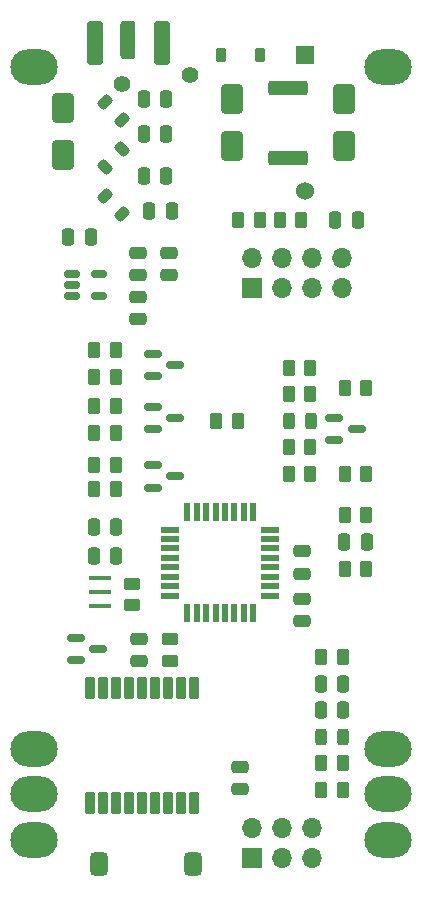
<source format=gbr>
%TF.GenerationSoftware,KiCad,Pcbnew,9.0.0*%
%TF.CreationDate,2025-04-07T21:59:35-05:00*%
%TF.ProjectId,ptSolar,7074536f-6c61-4722-9e6b-696361645f70,rev?*%
%TF.SameCoordinates,Original*%
%TF.FileFunction,Soldermask,Top*%
%TF.FilePolarity,Negative*%
%FSLAX46Y46*%
G04 Gerber Fmt 4.6, Leading zero omitted, Abs format (unit mm)*
G04 Created by KiCad (PCBNEW 9.0.0) date 2025-04-07 21:59:35*
%MOMM*%
%LPD*%
G01*
G04 APERTURE LIST*
G04 Aperture macros list*
%AMRoundRect*
0 Rectangle with rounded corners*
0 $1 Rounding radius*
0 $2 $3 $4 $5 $6 $7 $8 $9 X,Y pos of 4 corners*
0 Add a 4 corners polygon primitive as box body*
4,1,4,$2,$3,$4,$5,$6,$7,$8,$9,$2,$3,0*
0 Add four circle primitives for the rounded corners*
1,1,$1+$1,$2,$3*
1,1,$1+$1,$4,$5*
1,1,$1+$1,$6,$7*
1,1,$1+$1,$8,$9*
0 Add four rect primitives between the rounded corners*
20,1,$1+$1,$2,$3,$4,$5,0*
20,1,$1+$1,$4,$5,$6,$7,0*
20,1,$1+$1,$6,$7,$8,$9,0*
20,1,$1+$1,$8,$9,$2,$3,0*%
G04 Aperture macros list end*
%ADD10RoundRect,0.250000X-0.450000X0.262500X-0.450000X-0.262500X0.450000X-0.262500X0.450000X0.262500X0*%
%ADD11RoundRect,0.150000X-0.587500X-0.150000X0.587500X-0.150000X0.587500X0.150000X-0.587500X0.150000X0*%
%ADD12RoundRect,0.250000X0.262500X0.450000X-0.262500X0.450000X-0.262500X-0.450000X0.262500X-0.450000X0*%
%ADD13O,4.000000X3.000000*%
%ADD14RoundRect,0.375000X0.375000X0.625000X-0.375000X0.625000X-0.375000X-0.625000X0.375000X-0.625000X0*%
%ADD15RoundRect,0.250000X-0.262500X-0.450000X0.262500X-0.450000X0.262500X0.450000X-0.262500X0.450000X0*%
%ADD16RoundRect,0.250000X0.475000X-0.250000X0.475000X0.250000X-0.475000X0.250000X-0.475000X-0.250000X0*%
%ADD17RoundRect,0.243750X-0.243750X-0.456250X0.243750X-0.456250X0.243750X0.456250X-0.243750X0.456250X0*%
%ADD18RoundRect,0.250000X-1.425000X0.362500X-1.425000X-0.362500X1.425000X-0.362500X1.425000X0.362500X0*%
%ADD19RoundRect,0.250000X0.250000X0.475000X-0.250000X0.475000X-0.250000X-0.475000X0.250000X-0.475000X0*%
%ADD20C,1.400000*%
%ADD21R,1.600000X0.550000*%
%ADD22R,0.550000X1.600000*%
%ADD23RoundRect,0.150000X-0.512500X-0.150000X0.512500X-0.150000X0.512500X0.150000X-0.512500X0.150000X0*%
%ADD24RoundRect,0.250000X-0.250000X-0.475000X0.250000X-0.475000X0.250000X0.475000X-0.250000X0.475000X0*%
%ADD25RoundRect,0.250000X-0.475000X0.250000X-0.475000X-0.250000X0.475000X-0.250000X0.475000X0.250000X0*%
%ADD26RoundRect,0.225000X0.225000X0.375000X-0.225000X0.375000X-0.225000X-0.375000X0.225000X-0.375000X0*%
%ADD27RoundRect,0.080000X0.320000X-0.820000X0.320000X0.820000X-0.320000X0.820000X-0.320000X-0.820000X0*%
%ADD28RoundRect,0.218750X0.114905X-0.424264X0.424264X-0.114905X-0.114905X0.424264X-0.424264X0.114905X0*%
%ADD29RoundRect,0.250000X0.650000X-1.000000X0.650000X1.000000X-0.650000X1.000000X-0.650000X-1.000000X0*%
%ADD30RoundRect,0.218750X0.424264X0.114905X0.114905X0.424264X-0.424264X-0.114905X-0.114905X-0.424264X0*%
%ADD31RoundRect,0.250000X0.385000X1.350000X-0.385000X1.350000X-0.385000X-1.350000X0.385000X-1.350000X0*%
%ADD32RoundRect,0.250000X0.425000X1.600000X-0.425000X1.600000X-0.425000X-1.600000X0.425000X-1.600000X0*%
%ADD33R,1.900000X0.400000*%
%ADD34R,1.700000X1.700000*%
%ADD35O,1.700000X1.700000*%
%ADD36R,1.524000X1.524000*%
%ADD37C,1.524000*%
G04 APERTURE END LIST*
D10*
%TO.C,R23*%
X148800000Y-120487500D03*
X148800000Y-122312500D03*
%TD*%
D11*
%TO.C,Q13*%
X140862500Y-120350000D03*
X140862500Y-122250000D03*
X142737500Y-121300000D03*
%TD*%
D12*
%TO.C,R20*%
X160662500Y-106500000D03*
X158837500Y-106500000D03*
%TD*%
D13*
%TO.C,PV1*%
X137250000Y-72000000D03*
X137250000Y-129750000D03*
X137250000Y-133625000D03*
X137250000Y-137500000D03*
%TD*%
D14*
%TO.C,ANT1*%
X142750000Y-139500000D03*
X150750000Y-139500000D03*
%TD*%
D15*
%TO.C,R17*%
X158837500Y-97500000D03*
X160662500Y-97500000D03*
%TD*%
D12*
%TO.C,R7*%
X163432500Y-133250000D03*
X161607500Y-133250000D03*
%TD*%
D15*
%TO.C,R12*%
X142385974Y-103001526D03*
X144210974Y-103001526D03*
%TD*%
D16*
%TO.C,C7*%
X146125000Y-93400000D03*
X146125000Y-91500000D03*
%TD*%
D17*
%TO.C,D5*%
X158832500Y-102000000D03*
X160707500Y-102000000D03*
%TD*%
D18*
%TO.C,R1*%
X158750000Y-73810000D03*
X158750000Y-79735000D03*
%TD*%
D15*
%TO.C,R10*%
X142385974Y-107753052D03*
X144210974Y-107753052D03*
%TD*%
D19*
%TO.C,C16*%
X148950000Y-84250000D03*
X147050000Y-84250000D03*
%TD*%
%TO.C,C14*%
X163450000Y-126500000D03*
X161550000Y-126500000D03*
%TD*%
D15*
%TO.C,R21*%
X158837500Y-104250000D03*
X160662500Y-104250000D03*
%TD*%
D20*
%TO.C,ANT2b1*%
X150500000Y-72750000D03*
%TD*%
D15*
%TO.C,R9*%
X158087500Y-85000000D03*
X159912500Y-85000000D03*
%TD*%
D11*
%TO.C,Q2*%
X147375000Y-100801526D03*
X147375000Y-102701526D03*
X149250000Y-101751526D03*
%TD*%
D21*
%TO.C,U2*%
X148800000Y-111200000D03*
X148800000Y-112000000D03*
X148800000Y-112800000D03*
X148800000Y-113600000D03*
X148800000Y-114400000D03*
X148800000Y-115200000D03*
X148800000Y-116000000D03*
X148800000Y-116800000D03*
D22*
X150250000Y-118250000D03*
X151050000Y-118250000D03*
X151850000Y-118250000D03*
X152650000Y-118250000D03*
X153450000Y-118250000D03*
X154250000Y-118250000D03*
X155050000Y-118250000D03*
X155850000Y-118250000D03*
D21*
X157300000Y-116800000D03*
X157300000Y-116000000D03*
X157300000Y-115200000D03*
X157300000Y-114400000D03*
X157300000Y-113600000D03*
X157300000Y-112800000D03*
X157300000Y-112000000D03*
X157300000Y-111200000D03*
D22*
X155850000Y-109750000D03*
X155050000Y-109750000D03*
X154250000Y-109750000D03*
X153450000Y-109750000D03*
X152650000Y-109750000D03*
X151850000Y-109750000D03*
X151050000Y-109750000D03*
X150250000Y-109750000D03*
%TD*%
D12*
%TO.C,R11*%
X144210974Y-105753052D03*
X142385974Y-105753052D03*
%TD*%
D23*
%TO.C,U1*%
X140487500Y-89550000D03*
X140487500Y-90500000D03*
X140487500Y-91450000D03*
X142762500Y-91450000D03*
X142762500Y-89550000D03*
%TD*%
D24*
%TO.C,C2*%
X163530000Y-112250000D03*
X165430000Y-112250000D03*
%TD*%
D25*
%TO.C,C11*%
X160000000Y-117050000D03*
X160000000Y-118950000D03*
%TD*%
D12*
%TO.C,R22*%
X154512500Y-102000000D03*
X152687500Y-102000000D03*
%TD*%
D26*
%TO.C,D3*%
X156400000Y-71000000D03*
X153100000Y-71000000D03*
%TD*%
D16*
%TO.C,C5*%
X154750000Y-133200000D03*
X154750000Y-131300000D03*
%TD*%
D19*
%TO.C,C10*%
X144250000Y-113400000D03*
X142350000Y-113400000D03*
%TD*%
D15*
%TO.C,R2*%
X163587500Y-109970000D03*
X165412500Y-109970000D03*
%TD*%
D25*
%TO.C,C8*%
X146125000Y-87750000D03*
X146125000Y-89650000D03*
%TD*%
D27*
%TO.C,U4*%
X150850000Y-124650000D03*
X149750000Y-124650000D03*
X148650000Y-124650000D03*
X147550000Y-124650000D03*
X146450000Y-124650000D03*
X145350000Y-124650000D03*
X144250000Y-124650000D03*
X143150000Y-124650000D03*
X142050000Y-124650000D03*
X142050000Y-134350000D03*
X143150000Y-134350000D03*
X144250000Y-134350000D03*
X145350000Y-134350000D03*
X146450000Y-134350000D03*
X147550000Y-134350000D03*
X148650000Y-134350000D03*
X149750000Y-134350000D03*
X150850000Y-134350000D03*
%TD*%
D28*
%TO.C,L2*%
X143248699Y-80501301D03*
X144751301Y-78998699D03*
%TD*%
D13*
%TO.C,JPV2*%
X167250000Y-72000000D03*
X167250000Y-129750000D03*
X167250000Y-133625000D03*
X167250000Y-137500000D03*
%TD*%
D20*
%TO.C,ANT2a1*%
X144750000Y-73500000D03*
%TD*%
D19*
%TO.C,C18*%
X148450000Y-77750000D03*
X146550000Y-77750000D03*
%TD*%
D10*
%TO.C,R6*%
X145600000Y-115787500D03*
X145600000Y-117612500D03*
%TD*%
D29*
%TO.C,D1*%
X139750000Y-79500000D03*
X139750000Y-75500000D03*
%TD*%
D19*
%TO.C,C19*%
X148450000Y-74750000D03*
X146550000Y-74750000D03*
%TD*%
D15*
%TO.C,R4*%
X158837500Y-99727500D03*
X160662500Y-99727500D03*
%TD*%
D12*
%TO.C,R3*%
X165412500Y-114500000D03*
X163587500Y-114500000D03*
%TD*%
%TO.C,R19*%
X165412500Y-99250000D03*
X163587500Y-99250000D03*
%TD*%
D25*
%TO.C,C9*%
X148750000Y-87750000D03*
X148750000Y-89650000D03*
%TD*%
D16*
%TO.C,C13*%
X160000000Y-114950000D03*
X160000000Y-113050000D03*
%TD*%
D11*
%TO.C,Q4*%
X162712500Y-101756250D03*
X162712500Y-103656250D03*
X164587500Y-102706250D03*
%TD*%
D24*
%TO.C,C6*%
X140175000Y-86450000D03*
X142075000Y-86450000D03*
%TD*%
%TO.C,C15*%
X161550000Y-124250000D03*
X163450000Y-124250000D03*
%TD*%
D12*
%TO.C,R13*%
X144210974Y-100751526D03*
X142385974Y-100751526D03*
%TD*%
D30*
%TO.C,L1*%
X144751301Y-84501301D03*
X143248699Y-82998699D03*
%TD*%
D31*
%TO.C,ANT2*%
X145250000Y-69750000D03*
D32*
X142425000Y-70000000D03*
X148075000Y-70000000D03*
%TD*%
D33*
%TO.C,Y1*%
X142850000Y-117700000D03*
X142850000Y-116500000D03*
X142850000Y-115300000D03*
%TD*%
D30*
%TO.C,L3*%
X144751301Y-76501301D03*
X143248699Y-74998699D03*
%TD*%
D19*
%TO.C,C4*%
X164700000Y-85000000D03*
X162800000Y-85000000D03*
%TD*%
D15*
%TO.C,R5*%
X161607500Y-131000000D03*
X163432500Y-131000000D03*
%TD*%
D34*
%TO.C,J1*%
X155700000Y-139000000D03*
D35*
X155700000Y-136460000D03*
X158240000Y-139000000D03*
X158240000Y-136460000D03*
X160780000Y-139000000D03*
X160780000Y-136460000D03*
%TD*%
D17*
%TO.C,D6*%
X161602500Y-128750000D03*
X163477500Y-128750000D03*
%TD*%
D15*
%TO.C,R16*%
X161587500Y-122000000D03*
X163412500Y-122000000D03*
%TD*%
D29*
%TO.C,D2*%
X163500000Y-78750000D03*
X163500000Y-74750000D03*
%TD*%
D15*
%TO.C,R14*%
X142385974Y-98250000D03*
X144210974Y-98250000D03*
%TD*%
D11*
%TO.C,Q3*%
X147375000Y-96300000D03*
X147375000Y-98200000D03*
X149250000Y-97250000D03*
%TD*%
D15*
%TO.C,R8*%
X154587500Y-85000000D03*
X156412500Y-85000000D03*
%TD*%
D12*
%TO.C,R18*%
X165412500Y-106456250D03*
X163587500Y-106456250D03*
%TD*%
D24*
%TO.C,C3*%
X142328474Y-111000000D03*
X144228474Y-111000000D03*
%TD*%
D29*
%TO.C,D4*%
X154000000Y-78750000D03*
X154000000Y-74750000D03*
%TD*%
D11*
%TO.C,Q1*%
X147375000Y-105753052D03*
X147375000Y-107653052D03*
X149250000Y-106703052D03*
%TD*%
D19*
%TO.C,C17*%
X148450000Y-81250000D03*
X146550000Y-81250000D03*
%TD*%
D12*
%TO.C,R15*%
X144210974Y-96000000D03*
X142385974Y-96000000D03*
%TD*%
D34*
%TO.C,J2*%
X155700000Y-90740000D03*
D35*
X155700000Y-88200000D03*
X158240000Y-90740000D03*
X158240000Y-88200000D03*
X160780000Y-90740000D03*
X160780000Y-88200000D03*
X163320000Y-90740000D03*
X163320000Y-88200000D03*
%TD*%
D16*
%TO.C,C12*%
X146200000Y-122350000D03*
X146200000Y-120450000D03*
%TD*%
D36*
%TO.C,C1*%
X160250000Y-71000000D03*
D37*
X160250000Y-82500000D03*
%TD*%
M02*

</source>
